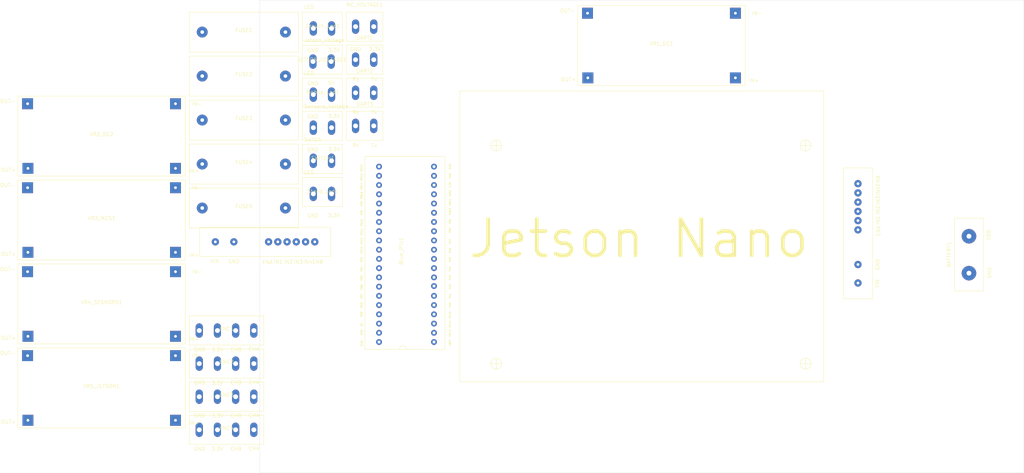
<source format=kicad_pcb>
(kicad_pcb (version 20240108) (generator "pcbnew") (generator_version "8.0")
  (layers (0 "F.Cu" signal) (31 "B.Cu" signal) (34 "B.Paste" user) (35 "F.Paste" user) (36 "B.SilkS" user "B.Silkscreen") (37 "F.SilkS" user "F.Silkscreen") (38 "B.Mask" user) (39 "F.Mask" user) (44 "Edge.Cuts" user))
  (net 0 "")
  (net 1 "VBAT")
  (net 2 "Net-(Blue_Pill1-PA8)")
  (net 8 "Net-(Blue_Pill1-PB5)")
  (net 9 "Net-(Blue_Pill1-PB0)")
  (net 10 "Net-(Blue_Pill1-PB13)")
  (net 11 "Net-(Blue_Pill1-PA7)")
  (net 12 "TX2")
  (net 14 "Stand_Led_3.3V")
  (net 15 "Net-(Blue_Pill1-PA0)")
  (net 17 "Net-(Blue_Pill1-PA4)")
  (net 19 "Net-(Blue_Pill1-PC14)")
  (net 20 "Net-(Blue_Pill1-PA11)")
  (net 21 "RX1")
  (net 22 "Net-(Blue_Pill1-PB9)")
  (net 23 "Net-(Blue_Pill1-PB7)")
  (net 24 "Net-(Blue_Pill1-PA6)")
  (net 25 "RX2")
  (net 26 "RX3")
  (net 28 "Net-(Blue_Pill1-PA1)")
  (net 29 "Mobile_Led_3.3V")
  (net 30 "Net-(Blue_Pill1-PB1)")
  (net 31 "Net-(Blue_Pill1-PC15)")
  (net 32 "Net-(Blue_Pill1-PA5)")
  (net 33 "Net-(Blue_Pill1-PB12)")
  (net 34 "Net-(Blue_Pill1-PB6)")
  (net 35 "Net-(Blue_Pill1-PA12)")
  (net 36 "Net-(Blue_Pill1-3.3V-Pad18)")
  (net 37 "TX3")
  (net 38 "Crouch_Led_3.3V")
  (net 39 "Net-(Blue_Pill1-PB8)")
  (net 40 "TX1")
  (net 41 "Front_Driver_12VIN")
  (net 42 "Back_Driver_12VIN")
  (net 43 "3.3V_Sensors")
  (net 44 "Jetson_5V")
  (net 45 "GND")
  (net 46 "Blue_Pill3.3V")
  (net 47 "Net-(FUSE3-2)")
  (net 48 "Net-(FUSE1-1)")
  (net 49 "Net-(FUSE2-1)")
  (net 50 "Net-(FUSE4-1)")
  (net 51 "Net-(FUSE5-1)")
  (footprint "M4_PCB:Jetson_Voltage" (layer "F.Cu") (at 62.14 51.9)
    (property "Reference" "JETSON_VOLTAGE1" (at 0 -0.5 0) (layer "F.SilkS") (effects (font (thickness 0.1))))
    (property "Value" "~")
    (fp_line (start -5.4 -4.5) (end -5.4 3.5) (stroke (width 0.1)) (layer "F.SilkS"))
    (fp_line (start -5.4 -4.5) (end 5.6 -4.5) (stroke (width 0.1)) (layer "F.SilkS"))
    (fp_line (start -5.4 3.5) (end 5.6 3.5) (stroke (width 0.1)) (layer "F.SilkS"))
    (fp_line (start 5.6 -4.5) (end 5.6 3.5) (stroke (width 0.1)) (layer "F.SilkS"))
    (fp_text user "GND" (at -4.1 6.6 0) (layer "F.SilkS") (effects (font (thickness 0.1)) (justify left bottom)))
    (fp_text user "5V" (at 1.6 6.5 0) (layer "F.SilkS") (effects (font (thickness 0.1)) (justify left bottom)))
    (fp_text user "Jetson_Voltage" (at -5 -5.3 0) (layer "F.SilkS") (effects (font (thickness 0.1)) (justify left bottom)))
    (pad "1" thru_hole oval (at 2.5 0) (size 1.98 3.96) (drill 1.32) (layers "*.Cu" "*.Mask") (net 44 "Jetson_5V"))
    (pad "2" thru_hole oval (at -2.5 0) (size 1.98 3.96) (drill 1.32) (layers "*.Cu" "*.Mask") (net 45 "GND"))
  )
  (footprint "M4_PCB:Microcontrollers" (layer "F.Cu") (at 73.84 42.3)
    (property "Reference" "MC_VOLTAGE1" (at 0 -6 0) (layer "F.SilkS") (effects (font (thickness 0.1))))
    (property "Value" "~")
    (fp_line (start -5 -4) (end -5 4) (stroke (width 0.1)) (layer "F.SilkS"))
    (fp_line (start -5 -4) (end 5 -4) (stroke (width 0.1)) (layer "F.SilkS"))
    (fp_line (start -5 4) (end 5 4) (stroke (width 0.1)) (layer "F.SilkS"))
    (fp_line (start 5 -4) (end 5 4) (stroke (width 0.1)) (layer "F.SilkS"))
    (fp_text user "3.3V" (at 1.1 6.7 0) (layer "F.SilkS") (effects (font (thickness 0.1)) (justify left bottom)))
    (fp_text user "GND" (at -4.1 6.8 0) (layer "F.SilkS") (effects (font (thickness 0.1)) (justify left bottom)))
    (pad "1" thru_hole oval (at 2.5 0) (size 1.98 3.96) (drill 1.32) (layers "*.Cu" "*.Mask") (net 46 "Blue_Pill3.3V"))
    (pad "2" thru_hole oval (at -2.5 0) (size 1.98 3.96) (drill 1.32) (layers "*.Cu" "*.Mask") (net 45 "GND"))
  )
  (footprint "M4_PCB:Fuse_Holder" (layer "F.Cu") (at 40.64 80.1)
    (property "Reference" "FUSE4" (at 0 -0.5 0) (layer "F.SilkS") (effects (font (thickness 0.1))))
    (property "Value" "~")
    (fp_line (start -15 -5.5) (end -15 5.5) (stroke (width 0.1)) (layer "F.SilkS"))
    (fp_line (start -15 -5.5) (end 15 -5.5) (stroke (width 0.1)) (layer "F.SilkS"))
    (fp_line (start -15 5.5) (end 15 5.5) (stroke (width 0.1)) (layer "F.SilkS"))
    (fp_line (start 15 -5.5) (end 15 5.5) (stroke (width 0.1)) (layer "F.SilkS"))
    (pad "1" thru_hole circle (at 11.43 0) (size 3 3) (drill 1) (layers "*.Cu" "*.Mask") (net 43 "3.3V_Sensors"))
    (pad "2" thru_hole circle (at -11.43 0) (size 3 3) (drill 1) (layers "*.Cu" "*.Mask") (net 50 "Net-(FUSE4-1)"))
  )
  (footprint "M4_PCB:LM2596HVS" (layer "F.Cu") (at 155.4 47.5)
    (property "Reference" "VR1_DC1" (at 0 -0.5 0) (layer "F.SilkS") (effects (font (thickness 0.1))))
    (property "Value" "~")
    (fp_line (start -23 -11) (end -23 11) (stroke (width 0.1)) (layer "F.SilkS"))
    (fp_line (start -23 -11) (end 23 -11) (stroke (width 0.1)) (layer "F.SilkS"))
    (fp_line (start 23 -11) (end 23 11) (stroke (width 0.1)) (layer "F.SilkS"))
    (fp_line (start 23 11) (end -23 11) (stroke (width 0.1)) (layer "F.SilkS"))
    (fp_text user "OUT+" (at -27.7 9.9 0) (layer "F.SilkS") (effects (font (thickness 0.1)) (justify left bottom)))
    (fp_text user "OUT-" (at -27.9 -9 0) (layer "F.SilkS") (effects (font (thickness 0.1)) (justify left bottom)))
    (fp_text user "IN+" (at 24 10.2 0) (layer "F.SilkS") (effects (font (thickness 0.1)) (justify left bottom)))
    (fp_text user "IN-" (at 24.8 -8.3 0) (layer "F.SilkS") (effects (font (thickness 0.1)) (justify left bottom)))
    (pad "1" thru_hole rect (at 20.32 8.89) (size 3 3) (drill 0.762) (layers "*.Cu" "*.Mask") (net 1 "VBAT"))
    (pad "2" thru_hole rect (at -20.32 -8.89) (size 3 3) (drill 0.762) (layers "*.Cu" "*.Mask") (net 45 "GND"))
    (pad "2" thru_hole rect (at 20.32 -8.89) (size 3 3) (drill 0.762) (layers "*.Cu" "*.Mask") (net 45 "GND"))
    (pad "3" thru_hole rect (at -20.23 8.89) (size 3 3) (drill 0.762) (layers "*.Cu" "*.Mask") (net 48 "Net-(FUSE1-1)"))
  )
  (footprint "M4_PCB:LM2596HVS" (layer "F.Cu") (at 1.54 72.4)
    (property "Reference" "VR2_DC2" (at 0 -0.5 0) (layer "F.SilkS") (effects (font (thickness 0.1))))
    (property "Value" "~")
    (fp_line (start -23 -11) (end -23 11) (stroke (width 0.1)) (layer "F.SilkS"))
    (fp_line (start -23 -11) (end 23 -11) (stroke (width 0.1)) (layer "F.SilkS"))
    (fp_line (start 23 -11) (end 23 11) (stroke (width 0.1)) (layer "F.SilkS"))
    (fp_line (start 23 11) (end -23 11) (stroke (width 0.1)) (layer "F.SilkS"))
    (fp_text user "IN+" (at 24 10.2 0) (layer "F.SilkS") (effects (font (thickness 0.1)) (justify left bottom)))
    (fp_text user "IN-" (at 24.8 -8.3 0) (layer "F.SilkS") (effects (font (thickness 0.1)) (justify left bottom)))
    (fp_text user "OUT-" (at -27.9 -9 0) (layer "F.SilkS") (effects (font (thickness 0.1)) (justify left bottom)))
    (fp_text user "OUT+" (at -27.7 9.9 0) (layer "F.SilkS") (effects (font (thickness 0.1)) (justify left bottom)))
    (pad "1" thru_hole rect (at 20.32 8.89) (size 3 3) (drill 0.762) (layers "*.Cu" "*.Mask") (net 1 "VBAT"))
    (pad "2" thru_hole rect (at -20.32 -8.89) (size 3 3) (drill 0.762) (layers "*.Cu" "*.Mask") (net 45 "GND"))
    (pad "2" thru_hole rect (at 20.32 -8.89) (size 3 3) (drill 0.762) (layers "*.Cu" "*.Mask") (net 45 "GND"))
    (pad "3" thru_hole rect (at -20.23 8.89) (size 3 3) (drill 0.762) (layers "*.Cu" "*.Mask") (net 49 "Net-(FUSE2-1)"))
  )
  (footprint "M4_PCB:switch" (layer "F.Cu") (at 62.34 79)
    (property "Reference" "SWITCH1" (at 0 -0.5 0) (layer "F.SilkS") (effects (font (thickness 0.1))))
    (property "Value" "~")
    (fp_line (start -5.6 -4.3) (end -5.6 3.7) (stroke (width 0.1)) (layer "F.SilkS"))
    (fp_line (start -5.6 -4.3) (end 5.4 -4.3) (stroke (width 0.1)) (layer "F.SilkS"))
    (fp_line (start -5.6 3.7) (end 5.4 3.7) (stroke (width 0.1)) (layer "F.SilkS"))
    (fp_line (start 5.4 -4.3) (end 5.4 3.7) (stroke (width 0.1)) (layer "F.SilkS"))
    (fp_text user "Switch" (at -5.2 -5.1 0) (layer "F.SilkS") (effects (font (thickness 0.1)) (justify left bottom)))
    (pad "1" thru_hole oval (at 2.4 0.2) (size 1.98 3.96) (drill 1.32) (layers "*.Cu" "*.Mask") (net 46 "Blue_Pill3.3V"))
    (pad "2" thru_hole oval (at -2.6 0.2) (size 1.98 3.96) (drill 1.32) (layers "*.Cu" "*.Mask") (net 36 "Net-(Blue_Pill1-3.3V-Pad18)"))
  )
  (footprint "M4_PCB:LM2596HVS" (layer "F.Cu") (at 1.54 95.5)
    (property "Reference" "VR3_MCS1" (at 0 -0.5 0) (layer "F.SilkS") (effects (font (thickness 0.1))))
    (property "Value" "~")
    (fp_line (start -23 -11) (end -23 11) (stroke (width 0.1)) (layer "F.SilkS"))
    (fp_line (start -23 -11) (end 23 -11) (stroke (width 0.1)) (layer "F.SilkS"))
    (fp_line (start 23 -11) (end 23 11) (stroke (width 0.1)) (layer "F.SilkS"))
    (fp_line (start 23 11) (end -23 11) (stroke (width 0.1)) (layer "F.SilkS"))
    (fp_text user "OUT-" (at -27.9 -9 0) (layer "F.SilkS") (effects (font (thickness 0.1)) (justify left bottom)))
    (fp_text user "IN-" (at 24.8 -8.3 0) (layer "F.SilkS") (effects (font (thickness 0.1)) (justify left bottom)))
    (fp_text user "IN+" (at 24 10.2 0) (layer "F.SilkS") (effects (font (thickness 0.1)) (justify left bottom)))
    (fp_text user "OUT+" (at -27.7 9.9 0) (layer "F.SilkS") (effects (font (thickness 0.1)) (justify left bottom)))
    (pad "1" thru_hole rect (at 20.32 8.89) (size 3 3) (drill 0.762) (layers "*.Cu" "*.Mask") (net 1 "VBAT"))
    (pad "2" thru_hole rect (at -20.32 -8.89) (size 3 3) (drill 0.762) (layers "*.Cu" "*.Mask") (net 45 "GND"))
    (pad "2" thru_hole rect (at 20.32 -8.89) (size 3 3) (drill 0.762) (layers "*.Cu" "*.Mask") (net 45 "GND"))
    (pad "3" thru_hole rect (at -20.23 8.89) (size 3 3) (drill 0.762) (layers "*.Cu" "*.Mask") (net 47 "Net-(FUSE3-2)"))
  )
  (footprint "M4_PCB:communication" (layer "F.Cu") (at 73.84 51.4)
    (property "Reference" "UART1" (at 0 -6 0) (layer "F.SilkS") (effects (font (thickness 0.1))))
    (property "Value" "~")
    (fp_line (start -5 -4) (end -5 4) (stroke (width 0.1)) (layer "F.SilkS"))
    (fp_line (start -5 -4) (end 5 -4) (stroke (width 0.1)) (layer "F.SilkS"))
    (fp_line (start -5 4) (end 5 4) (stroke (width 0.1)) (layer "F.SilkS"))
    (fp_line (start 5 -4) (end 5 4) (stroke (width 0.1)) (layer "F.SilkS"))
    (fp_text user "Rx" (at -3.4 5.9 0) (layer "F.SilkS") (effects (font (thickness 0.1)) (justify left bottom)))
    (fp_text user "Tx" (at 1.8 6 0) (layer "F.SilkS") (effects (font (thickness 0.1)) (justify left bottom)))
    (pad "1" thru_hole oval (at 2.5 0) (size 1.98 3.96) (drill 1.32) (layers "*.Cu" "*.Mask") (net 40 "TX1"))
    (pad "2" thru_hole oval (at -2.5 0) (size 1.98 3.96) (drill 1.32) (layers "*.Cu" "*.Mask") (net 21 "RX1"))
  )
  (footprint "M4_PCB:LED" (layer "F.Cu") (at 62.34 60.8)
    (property "Reference" "Mobile_Led1" (at 0 -0.5 0) (layer "F.SilkS") (effects (font (thickness 0.1))))
    (property "Value" "~")
    (fp_line (start -5.6 -4.3) (end -5.6 3.7) (stroke (width 0.1)) (layer "F.SilkS"))
    (fp_line (start -5.6 -4.3) (end 5.4 -4.3) (stroke (width 0.1)) (layer "F.SilkS"))
    (fp_line (start -5.6 3.7) (end 5.4 3.7) (stroke (width 0.1)) (layer "F.SilkS"))
    (fp_line (start 5.4 -4.3) (end 5.4 3.7) (stroke (width 0.1)) (layer "F.SilkS"))
    (fp_text user "LED" (at -5.2 -5.1 0) (layer "F.SilkS") (effects (font (thickness 0.1)) (justify left bottom)))
    (fp_text user "GND" (at -4.3 6.8 0) (layer "F.SilkS") (effects (font (thickness 0.1)) (justify left bottom)))
    (fp_text user "3.3V" (at 1.4 6.7 0) (layer "F.SilkS") (effects (font (thickness 0.1)) (justify left bottom)))
    (pad "1" thru_hole oval (at 2.4 0.2) (size 1.98 3.96) (drill 1.32) (layers "*.Cu" "*.Mask") (net 29 "Mobile_Led_3.3V"))
    (pad "2" thru_hole oval (at -2.6 0.2) (size 1.98 3.96) (drill 1.32) (layers "*.Cu" "*.Mask") (net 45 "GND"))
  )
  (footprint "M4_PCB:communication" (layer "F.Cu") (at 73.84 69.6)
    (property "Reference" "UART3" (at 0 -6 0) (layer "F.SilkS") (effects (font (thickness 0.1))))
    (property "Value" "~")
    (fp_line (start -5 -4) (end -5 4) (stroke (width 0.1)) (layer "F.SilkS"))
    (fp_line (start -5 -4) (end 5 -4) (stroke (width 0.1)) (layer "F.SilkS"))
    (fp_line (start -5 4) (end 5 4) (stroke (width 0.1)) (layer "F.SilkS"))
    (fp_line (start 5 -4) (end 5 4) (stroke (width 0.1)) (layer "F.SilkS"))
    (fp_text user "Rx" (at -3.4 5.9 0) (layer "F.SilkS") (effects (font (thickness 0.1)) (justify left bottom)))
    (fp_text user "Tx" (at 1.8 6 0) (layer "F.SilkS") (effects (font (thickness 0.1)) (justify left bottom)))
    (pad "1" thru_hole oval (at 2.5 0) (size 1.98 3.96) (drill 1.32) (layers "*.Cu" "*.Mask") (net 37 "TX3"))
    (pad "2" thru_hole oval (at -2.5 0) (size 1.98 3.96) (drill 1.32) (layers "*.Cu" "*.Mask") (net 26 "RX3"))
  )
  (footprint "M4_PCB:LM2596HVS" (layer "F.Cu") (at 1.54 141.7)
    (property "Reference" "VR5_JETSON1" (at 0 -0.5 0) (layer "F.SilkS") (effects (font (thickness 0.1))))
    (property "Value" "~")
    (fp_line (start -23 -11) (end -23 11) (stroke (width 0.1)) (layer "F.SilkS"))
    (fp_line (start -23 -11) (end 23 -11) (stroke (width 0.1)) (layer "F.SilkS"))
    (fp_line (start 23 -11) (end 23 11) (stroke (width 0.1)) (layer "F.SilkS"))
    (fp_line (start 23 11) (end -23 11) (stroke (width 0.1)) (layer "F.SilkS"))
    (fp_text user "OUT+" (at -27.7 9.9 0) (layer "F.SilkS") (effects (font (thickness 0.1)) (justify left bottom)))
    (fp_text user "IN-" (at 24.8 -8.3 0) (layer "F.SilkS") (effects (font (thickness 0.1)) (justify left bottom)))
    (fp_text user "IN+" (at 24 10.2 0) (layer "F.SilkS") (effects (font (thickness 0.1)) (justify left bottom)))
    (fp_text user "OUT-" (at -27.9 -9 0) (layer "F.SilkS") (effects (font (thickness 0.1)) (justify left bottom)))
    (pad "1" thru_hole rect (at 20.32 8.89) (size 3 3) (drill 0.762) (layers "*.Cu" "*.Mask") (net 1 "VBAT"))
    (pad "2" thru_hole rect (at -20.32 -8.89) (size 3 3) (drill 0.762) (layers "*.Cu" "*.Mask") (net 45 "GND"))
    (pad "2" thru_hole rect (at 20.32 -8.89) (size 3 3) (drill 0.762) (layers "*.Cu" "*.Mask") (net 45 "GND"))
    (pad "3" thru_hole rect (at -20.23 8.89) (size 3 3) (drill 0.762) (layers "*.Cu" "*.Mask") (net 51 "Net-(FUSE5-1)"))
  )
  (footprint "M4_PCB:Fuse_Holder" (layer "F.Cu") (at 40.64 43.8)
    (property "Reference" "FUSE1" (at 0 -0.5 0) (layer "F.SilkS") (effects (font (thickness 0.1))))
    (property "Value" "~")
    (fp_line (start -15 -5.5) (end -15 5.5) (stroke (width 0.1)) (layer "F.SilkS"))
    (fp_line (start -15 -5.5) (end 15 -5.5) (stroke (width 0.1)) (layer "F.SilkS"))
    (fp_line (start -15 5.5) (end 15 5.5) (stroke (width 0.1)) (layer "F.SilkS"))
    (fp_line (start 15 -5.5) (end 15 5.5) (stroke (width 0.1)) (layer "F.SilkS"))
    (pad "1" thru_hole circle (at 11.43 0) (size 3 3) (drill 1) (layers "*.Cu" "*.Mask") (net 41 "Front_Driver_12VIN"))
    (pad "2" thru_hole circle (at -11.43 0) (size 3 3) (drill 1) (layers "*.Cu" "*.Mask") (net 48 "Net-(FUSE1-1)"))
  )
  (footprint "M4_PCB:L298N" (layer "F.Cu") (at 46.48 101.5)
    (property "Reference" "DRIVER1" (hide yes))
    (property "Value" "~" (hide yes))
    (fp_line (start -18 -4) (end -18 4) (stroke (width 0.1)) (layer "F.SilkS"))
    (fp_line (start -18 -4) (end 18 -4) (stroke (width 0.1)) (layer "F.SilkS"))
    (fp_line (start -18 4) (end 18 4) (stroke (width 0.1)) (layer "F.SilkS"))
    (fp_line (start 18 -4) (end 18 4) (stroke (width 0.1)) (layer "F.SilkS"))
    (fp_text user "IN2" (at 5.1 6.1 0) (layer "F.SilkS") (effects (font (thickness 0.1)) (justify left bottom)))
    (fp_text user "IN3" (at 7.8 6.1 0) (layer "F.SilkS") (effects (font (thickness 0.1)) (justify left bottom)))
    (fp_text user "ENA" (at -0.8 6.2 0) (layer "F.SilkS") (effects (font (thickness 0.1)) (justify left bottom)))
    (fp_text user "GND" (at -10.2 6 0) (layer "F.SilkS") (effects (font (thickness 0.1)) (justify left bottom)))
    (fp_text user "IN4" (at 10.4 6.1 0) (layer "F.SilkS") (effects (font (thickness 0.1)) (justify left bottom)))
    (fp_text user "VIN" (at -15.1 5.9 0) (layer "F.SilkS") (effects (font (thickness 0.1)) (justify left bottom)))
    (fp_text user "IN1" (at 2.3 6.1 0) (layer "F.SilkS") (effects (font (thickness 0.1)) (justify left bottom)))
    (fp_text user "ENB" (at 12.9 6.1 0) (layer "F.SilkS") (effects (font (thickness 0.1)) (justify left bottom)))
    (pad "1" thru_hole circle (at -13.66 0) (size 2 2) (drill 0.762) (layers "*.Cu" "*.Mask") (net 41 "Front_Driver_12VIN"))
    (pad "2" thru_hole circle (at -8.58 0) (size 2 2) (drill 0.762) (layers "*.Cu" "*.Mask") (net 45 "GND"))
    (pad "4" thru_hole circle (at 0.96 0) (size 2 2) (drill 0.762) (layers "*.Cu" "*.Mask") (net 2 "Net-(Blue_Pill1-PA8)"))
    (pad "5" thru_hole circle (at 3.5 0) (size 2 2) (drill 0.762) (layers "*.Cu" "*.Mask") (net 23 "Net-(Blue_Pill1-PB7)"))
    (pad "6" thru_hole circle (at 6.04 0) (size 2 2) (drill 0.762) (layers "*.Cu" "*.Mask") (net 34 "Net-(Blue_Pill1-PB6)"))
    (pad "7" thru_hole circle (at 8.58 0) (size 2 2) (drill 0.762) (layers "*.Cu" "*.Mask") (net 8 "Net-(Blue_Pill1-PB5)"))
    (pad "8" thru_hole circle (at 11.12 0) (size 2 2) (drill 0.762) (layers "*.Cu" "*.Mask") (net 35 "Net-(Blue_Pill1-PA12)"))
    (pad "9" thru_hole circle (at 13.66 0) (size 2 2) (drill 0.762) (layers "*.Cu" "*.Mask") (net 20 "Net-(Blue_Pill1-PA11)"))
  )
  (footprint "M4_PCB:Fuse_Holder" (layer "F.Cu") (at 40.64 92.2)
    (property "Reference" "FUSE5" (at 0 -0.5 0) (layer "F.SilkS") (effects (font (thickness 0.1))))
    (property "Value" "~")
    (fp_line (start -15 -5.5) (end -15 5.5) (stroke (width 0.1)) (layer "F.SilkS"))
    (fp_line (start -15 -5.5) (end 15 -5.5) (stroke (width 0.1)) (layer "F.SilkS"))
    (fp_line (start -15 5.5) (end 15 5.5) (stroke (width 0.1)) (layer "F.SilkS"))
    (fp_line (start 15 -5.5) (end 15 5.5) (stroke (width 0.1)) (layer "F.SilkS"))
    (pad "1" thru_hole circle (at 11.43 0) (size 3 3) (drill 1) (layers "*.Cu" "*.Mask") (net 44 "Jetson_5V"))
    (pad "2" thru_hole circle (at -11.43 0) (size 3 3) (drill 1) (layers "*.Cu" "*.Mask") (net 51 "Net-(FUSE5-1)"))
  )
  (footprint "M4_PCB:Encoder" (layer "F.Cu") (at 35.89 125.9)
    (property "Reference" "ENC1" (at 0 -0.5 0) (layer "F.SilkS") (effects (font (thickness 0.1))))
    (property "Value" "~")
    (fp_line (start -10.25 -4) (end 10.25 -4) (stroke (width 0.1)) (layer "F.SilkS"))
    (fp_line (start -10.25 4) (end -10.25 -4) (stroke (width 0.1)) (layer "F.SilkS"))
    (fp_line (start -10.25 4) (end 10.25 4) (stroke (width 0.1)) (layer "F.SilkS"))
    (fp_line (start 10.25 4) (end 10.25 -4) (stroke (width 0.1)) (layer "F.SilkS"))
    (fp_text user "3.3V" (at -4.2 5.8 0) (layer "F.SilkS") (effects (font (thickness 0.1)) (justify left bottom)))
    (fp_text user "GND" (at -9 5.8 0) (layer "F.SilkS") (effects (font (thickness 0.1)) (justify left bottom)))
    (fp_text user "CHB" (at 1 5.8 0) (layer "F.SilkS") (effects (font (thickness 0.1)) (justify left bottom)))
    (fp_text user "CHA" (at 6 5.7 0) (layer "F.SilkS") (effects (font (thickness 0.1)) (justify left bottom)))
    (pad "1" thru_hole oval (at 7.5 0) (size 1.98 3.96) (drill 1.32) (layers "*.Cu" "*.Mask") (net 9 "Net-(Blue_Pill1-PB0)"))
    (pad "2" thru_hole oval (at 2.5 0) (size 1.98 3.96) (drill 1.32) (layers "*.Cu" "*.Mask") (net 30 "Net-(Blue_Pill1-PB1)"))
    (pad "3" thru_hole oval (at -2.5 0) (size 1.96 3.96) (drill 1.32) (layers "*.Cu" "*.Mask") (net 43 "3.3V_Sensors"))
    (pad "4" thru_hole oval (at -7.5 0) (size 1.98 3.96) (drill 1.32) (layers "*.Cu" "*.Mask") (net 45 "GND"))
  )
  (footprint "M4_PCB:Encoder" (layer "F.Cu") (at 35.89 153.2)
    (property "Reference" "ENC4" (at 0 -0.5 0) (layer "F.SilkS") (effects (font (thickness 0.1))))
    (property "Value" "~")
    (fp_line (start -10.25 -4) (end 10.25 -4) (stroke (width 0.1)) (layer "F.SilkS"))
    (fp_line (start -10.25 4) (end -10.25 -4) (stroke (width 0.1)) (layer "F.SilkS"))
    (fp_line (start -10.25 4) (end 10.25 4) (stroke (width 0.1)) (layer "F.SilkS"))
    (fp_line (start 10.25 4) (end 10.25 -4) (stroke (width 0.1)) (layer "F.SilkS"))
    (fp_text user "CHA" (at 6 5.7 0) (layer "F.SilkS") (effects (font (thickness 0.1)) (justify left bottom)))
    (fp_text user "3.3V" (at -4.2 5.8 0) (layer "F.SilkS") (effects (font (thickness 0.1)) (justify left bottom)))
    (fp_text user "CHB" (at 1 5.8 0) (layer "F.SilkS") (effects (font (thickness 0.1)) (justify left bottom)))
    (fp_text user "GND" (at -9 5.8 0) (layer "F.SilkS") (effects (font (thickness 0.1)) (justify left bottom)))
    (pad "1" thru_hole oval (at 7.5 0) (size 1.98 3.96) (drill 1.32) (layers "*.Cu" "*.Mask") (net 39 "Net-(Blue_Pill1-PB8)"))
    (pad "2" thru_hole oval (at 2.5 0) (size 1.98 3.96) (drill 1.32) (layers "*.Cu" "*.Mask") (net 22 "Net-(Blue_Pill1-PB9)"))
    (pad "3" thru_hole oval (at -2.5 0) (size 1.96 3.96) (drill 1.32) (layers "*.Cu" "*.Mask") (net 43 "3.3V_Sensors"))
    (pad "4" thru_hole oval (at -7.5 0) (size 1.98 3.96) (drill 1.32) (layers "*.Cu" "*.Mask") (net 45 "GND"))
  )
  (footprint "M4_PCB:Fuse_Holder" (layer "F.Cu") (at 40.64 55.9)
    (property "Reference" "FUSE2" (at 0 -0.5 0) (layer "F.SilkS") (effects (font (thickness 0.1))))
    (property "Value" "~")
    (fp_line (start -15 -5.5) (end -15 5.5) (stroke (width 0.1)) (layer "F.SilkS"))
    (fp_line (start -15 -5.5) (end 15 -5.5) (stroke (width 0.1)) (layer "F.SilkS"))
    (fp_line (start -15 5.5) (end 15 5.5) (stroke (width 0.1)) (layer "F.SilkS"))
    (fp_line (start 15 -5.5) (end 15 5.5) (stroke (width 0.1)) (layer "F.SilkS"))
    (pad "1" thru_hole circle (at 11.43 0) (size 3 3) (drill 1) (layers "*.Cu" "*.Mask") (net 42 "Back_Driver_12VIN"))
    (pad "2" thru_hole circle (at -11.43 0) (size 3 3) (drill 1) (layers "*.Cu" "*.Mask") (net 49 "Net-(FUSE2-1)"))
  )
  (footprint "M4_PCB:battery" (layer "F.Cu") (at 239.9 105 90)
    (property "Reference" "BATTERY1" (at 0 -5.5 90) (layer "F.SilkS") (effects (font (thickness 0.1))))
    (property "Value" "~")
    (fp_line (start 10 -4) (end 10 4) (stroke (width 0.1)) (layer "F.SilkS"))
    (fp_line (start -10 -4) (end 10 -4) (stroke (width 0.1)) (layer "F.SilkS"))
    (fp_line (start -10 -4) (end -10 4) (stroke (width 0.1)) (layer "F.SilkS"))
    (fp_line (start -10 4) (end 10 4) (stroke (width 0.1)) (layer "F.SilkS"))
    (fp_text user "GND" (at -6.6 6.2 90) (layer "F.SilkS") (effects (font (thickness 0.1)) (justify left bottom)))
    (fp_text user "VDD" (at 3.9 6 90) (layer "F.SilkS") (effects (font (thickness 0.1)) (justify left bottom)))
    (pad "1" thru_hole circle (at 5.04 0 90) (size 4 4) (drill 1.32) (layers "*.Cu" "*.Mask") (net 1 "VBAT"))
    (pad "2" thru_hole circle (at -5.12 0 90) (size 4 4) (drill 1.32) (layers "*.Cu" "*.Mask") (net 45 "GND"))
  )
  (footprint "M4_PCB:Encoder" (layer "F.Cu") (at 35.89 144.1)
    (property "Reference" "ENC3" (at 0 -0.5 0) (layer "F.SilkS") (effects (font (thickness 0.1))))
    (property "Value" "~")
    (fp_line (start -10.25 -4) (end 10.25 -4) (stroke (width 0.1)) (layer "F.SilkS"))
    (fp_line (start -10.25 4) (end -10.25 -4) (stroke (width 0.1)) (layer "F.SilkS"))
    (fp_line (start -10.25 4) (end 10.25 4) (stroke (width 0.1)) (layer "F.SilkS"))
    (fp_line (start 10.25 4) (end 10.25 -4) (stroke (width 0.1)) (layer "F.SilkS"))
    (fp_text user "GND" (at -9 5.8 0) (layer "F.SilkS") (effects (font (thickness 0.1)) (justify left bottom)))
    (fp_text user "CHB" (at 1 5.8 0) (layer "F.SilkS") (effects (font (thickness 0.1)) (justify left bottom)))
    (fp_text user "3.3V" (at -4.2 5.8 0) (layer "F.SilkS") (effects (font (thickness 0.1)) (justify left bottom)))
    (fp_text user "CHA" (at 6 5.7 0) (layer "F.SilkS") (effects (font (thickness 0.1)) (justify left bottom)))
    (pad "1" thru_hole oval (at 7.5 0) (size 1.98 3.96) (drill 1.32) (layers "*.Cu" "*.Mask") (net 33 "Net-(Blue_Pill1-PB12)"))
    (pad "2" thru_hole oval (at 2.5 0) (size 1.98 3.96) (drill 1.32) (layers "*.Cu" "*.Mask") (net 10 "Net-(Blue_Pill1-PB13)"))
    (pad "3" thru_hole oval (at -2.5 0) (size 1.96 3.96) (drill 1.32) (layers "*.Cu" "*.Mask") (net 43 "3.3V_Sensors"))
    (pad "4" thru_hole oval (at -7.5 0) (size 1.98 3.96) (drill 1.32) (layers "*.Cu" "*.Mask") (net 45 "GND"))
  )
  (footprint "M4_PCB:blue_pill" (layer "F.Cu") (at 84.4 104.06 90)
    (property "Reference" "Blue_Pill1" (at 0 -0.5 90) (layer "F.SilkS") (effects (font (thickness 0.1))))
    (property "Value" "~")
    (fp_line (start 26 -10.5) (end 26 11.5) (stroke (width 0.1)) (layer "F.SilkS"))
    (fp_line (start -27 -10.5) (end 26 -10.5) (stroke (width 0.1)) (layer "F.SilkS"))
    (fp_line (start -27 -10.5) (end -27 11.5) (stroke (width 0.1)) (layer "F.SilkS"))
    (fp_line (start -27 11.5) (end 26 11.5) (stroke (width 0.1)) (layer "F.SilkS"))
    (fp_arc (start -27 -1) (mid -26 0) (end -27 1) (stroke (width 0.1)) (layer "F.SilkS"))
    (fp_text user "PB11" (at 12.4 13.2 90) (layer "F.SilkS") (effects (font (size 0.5 0.5) (thickness 0.1)) (justify left bottom)))
    (fp_text user "PA12" (at 1.8 -11.1 90) (layer "F.SilkS") (effects (font (size 0.5 0.5) (thickness 0.1)) (justify left bottom)))
    (fp_text user "VBAT" (at -26.1 13.2 90) (layer "F.SilkS") (effects (font (size 0.5 0.5) (thickness 0.1)) (justify left bottom)))
    (fp_text user "PC14" (at -21.1 13.2 90) (layer "F.SilkS") (effects (font (size 0.5 0.5) (thickness 0.1)) (justify left bottom)))
    (fp_text user "PB0" (at 4.9 13.2 90) (layer "F.SilkS") (effects (font (size 0.5 0.5) (thickness 0.1)) (justify left bottom)))
    (fp_text user "PA0" (at -15.6 13.2 90) (layer "F.SilkS") (effects (font (size 0.5 0.5) (thickness 0.1)) (justify left bottom)))
    (fp_text user "PB6" (at -10.7 -11.1 90) (layer "F.SilkS") (effects (font (size 0.5 0.5) (thickness 0.1)) (justify left bottom)))
    (fp_text user "PA8" (at 12.3 -11.1 90) (layer "F.SilkS") (effects (font (size 0.5 0.5) (thickness 0.1)) (justify left bottom)))
    (fp_text user "PB12" (at 21.8 -11.1 90) (layer "F.SilkS") (effects (font (size 0.5 0.5) (thickness 0.1)) (justify left bottom)))
    (fp_text user "PB15" (at 14.3 -11.1 90) (layer "F.SilkS") (effects (font (size 0.5 0.5) (thickness 0.1)) (justify left bottom)))
    (fp_text user "PA9" (at 9.8 -11.1 90) (layer "F.SilkS") (effects (font (size 0.5 0.5) (thickness 0.1)) (justify left bottom)))
    (fp_text user "PC15" (at -18.6 13.2 90) (layer "F.SilkS") (effects (font (size 0.5 0.5) (thickness 0.1)) (justify left bottom)))
    (fp_text user "3.3V" (at 17.4 13.2 90) (layer "F.SilkS") (effects (font (size 0.5 0.5) (thickness 0.1)) (justify left bottom)))
    (fp_text user "PA6" (at -0.6 13.2 90) (layer "F.SilkS") (effects (font (size 0.5 0.5) (thickness 0.1)) (justify left bottom)))
    (fp_text user "PA5" (at -3.1 13.2 90) (layer "F.SilkS") (effects (font (size 0.5 0.5) (thickness 0.1)) (justify left bottom)))
    (fp_text user "GND" (at -23.2 -11.1 90) (layer "F.SilkS") (effects (font (size 0.5 0.5) (thickness 0.1)) (justify left bottom)))
    (fp_text user "PB4" (at -5.7 -11.1 90) (layer "F.SilkS") (effects (font (size 0.5 0.5) (thickness 0.1)) (justify left bottom)))
    (fp_text user "PB14" (at 16.8 -11.1 90) (layer "F.SilkS") (effects (font (size 0.5 0.5) (thickness 0.1)) (justify left bottom)))
    (fp_text user "PA3" (at -8.1 13.2 90) (layer "F.SilkS") (effects (font (size 0.5 0.5) (thickness 0.1)) (justify left bottom)))
    (fp_text user "PB9" (at -18.2 -11.1 90) (layer "F.SilkS") (effects (font (size 0.5 0.5) (thickness 0.1)) (justify left bottom)))
    (fp_text user "PB10" (at 9.9 13.2 90) (layer "F.SilkS") (effects (font (size 0.5 0.5) (thickness 0.1)) (justify left bottom)))
    (fp_text user "PB5" (at -8.2 -11.1 90) (layer "F.SilkS") (effects (font (size 0.5 0.5) (thickness 0.1)) (justify left bottom)))
    (fp_text user "PC13" (at -23.6 13.2 90) (layer "F.SilkS") (effects (font (size 0.5 0.5) (thickness 0.1)) (justify left bottom)))
    (fp_text user "GND" (at 22.4 13.2 90) (layer "F.SilkS") (effects (font (size 0.5 0.5) (thickness 0.1)) (justify left bottom)))
    (fp_text user "NRST" (at 14.9 13.2 90) (layer "F.SilkS") (effects (font (size 0.5 0.5) (thickness 0.1)) (justify left bottom)))
    (fp_text user "PA1" (at -13.1 13.2 90) (layer "F.SilkS") (effects (font (size 0.5 0.5) (thickness 0.1)) (justify left bottom)))
    (fp_text user "PA2" (at -10.6 13.2 90) (layer "F.SilkS") (effects (font (size 0.5 0.5) (thickness 0.1)) (justify left bottom)))
    (fp_text user "PB7" (at -13.2 -11.1 90) (layer "F.SilkS") (effects (font (size 0.5 0.5) (thickness 0.1)) (justify left bottom)))
    (fp_text user "PB3" (at -3.2 -11.1 90) (layer "F.SilkS") (effects (font (size 0.5 0.5) (thickness 0.1)) (justify left bottom)))
    (fp_text user "GND" (at 19.9 13.2 90) (layer "F.SilkS") (effects (font (size 0.5 0.5) (thickness 0.1)) (justify left bottom)))
    (fp_text user "PA4" (at -5.6 13.2 90) (layer "F.SilkS") (effects (font (size 0.5 0.5) (thickness 0.1)) (justify left bottom)))
    (fp_text user "PA15" (at -0.7 -11.1 90) (layer "F.SilkS") (effects (font (size 0.5 0.5) (thickness 0.1)) (justify left bottom)))
    (fp_text user "PA11" (at 4.3 -11.1 90) (layer "F.SilkS") (effects (font (size 0.5 0.5) (thickness 0.1)) (justify left bottom)))
    (fp_text user "PA7" (at 1.9 13.2 90) (layer "F.SilkS") (effects (font (size 0.5 0.5) (thickness 0.1)) (justify left bottom)))
    (fp_text user "PA10" (at 6.8 -11.1 90) (layer "F.SilkS") (effects (font (size 0.5 0.5) (thickness 0.1)) (justify left bottom)))
    (fp_text user "PB1" (at 7.4 13.2 90) (layer "F.SilkS") (effects (font (size 0.5 0.5) (thickness 0.1)) (justify left bottom)))
    (fp_text user "PB8" (at -15.7 -11.1 90) (layer "F.SilkS") (effects (font (size 0.5 0.5) (thickness 0.1)) (justify left bottom)))
    (fp_text user "PB13" (at 19.3 -11.1 90) (layer "F.SilkS") (effects (font (size 0.5 0.5) (thickness 0.1)) (justify left bottom)))
    (fp_text user "5V" (at -20.7 -11.1 90) (layer "F.SilkS") (effects (font (size 0.5 0.5) (thickness 0.1)) (justify left bottom)))
    (fp_text user "3.3V" (at -26.2 -11.1 90) (layer "F.SilkS") (effects (font (size 0.5 0.5) (thickness 0.1)) (justify left bottom)))
    (pad "1" thru_hole circle (at -25 8.5 90) (size 1.6 1.6) (drill 0.762) (layers "*.Cu" "*.Mask"))
    (pad "2" thru_hole circle (at -22.46 8.5 90) (size 1.6 1.6) (drill 0.762) (layers "*.Cu" "*.Mask") (net 29 "Mobile_Led_3.3V"))
    (pad "3" thru_hole circle (at -19.92 8.5 90) (size 1.6 1.6) (drill 0.762) (layers "*.Cu" "*.Mask") (net 19 "Net-(Blue_Pill1-PC14)"))
    (pad "4" thru_hole circle (at -17.38 8.5 90) (size 1.6 1.6) (drill 0.762) (layers "*.Cu" "*.Mask") (net 31 "Net-(Blue_Pill1-PC15)"))
    (pad "5" thru_hole circle (at -14.84 8.5 90) (size 1.6 1.6) (drill 0.762) (layers "*.Cu" "*.Mask") (net 15 "Net-(Blue_Pill1-PA0)"))
    (pad "6" thru_hole circle (at -12.3 8.5 90) (size 1.6 1.6) (drill 0.762) (layers "*.Cu" "*.Mask") (net 28 "Net-(Blue_Pill1-PA1)"))
    (pad "7" thru_hole circle (at -9.6 8.5 90) (size 1.6 1.6) (drill 0.762) (layers "*.Cu" "*.Mask") (net 12 "TX2"))
    (pad "8" thru_hole circle (at -7.22 8.5 90) (size 1.6 1.6) (drill 0.762) (layers "*.Cu" "*.Mask") (net 25 "RX2"))
    (pad "9" thru_hole circle (at -4.68 8.5 90) (size 1.6 1.6) (drill 0.762) (layers "*.Cu" "*.Mask") (net 17 "Net-(Blue_Pill1-PA4)"))
    (pad "10" thru_hole circle (at -2.14 8.5 90) (size 1.6 1.6) (drill 0.762) (layers "*.Cu" "*.Mask") (net 32 "Net-(Blue_Pill1-PA5)"))
    (pad "11" thru_hole circle (at 0.4 8.5 90) (size 1.6 1.6) (drill 0.762) (layers "*.Cu" "*.Mask") (net 24 "Net-(Blue_Pill1-PA6)"))
    (pad "12" thru_hole circle (at 2.94 8.5 90) (size 1.6 1.6) (drill 0.762) (layers "*.Cu" "*.Mask") (net 11 "Net-(Blue_Pill1-PA7)"))
    (pad "13" thru_hole circle (at 5.48 8.5 90) (size 1.6 1.6) (drill 0.762) (layers "*.Cu" "*.Mask") (net 9 "Net-(Blue_Pill1-PB0)"))
    (pad "14" thru_hole circle (at 8.02 8.5 90) (size 1.6 1.6) (drill 0.762) (layers "*.Cu" "*.Mask") (net 30 "Net-(Blue_Pill1-PB1)"))
    (pad "15" thru_hole circle (at 10.56 8.5 90) (size 1.6 1.6) (drill 0.762) (layers "*.Cu" "*.Mask") (net 37 "TX3"))
    (pad "16" thru_hole circle (at 13.1 8.5 90) (size 1.6 1.6) (drill 0.762) (layers "*.Cu" "*.Mask") (net 26 "RX3"))
    (pad "17" thru_hole circle (at 15.64 8.5 90) (size 1.6 1.6) (drill 0.762) (layers "*.Cu" "*.Mask"))
    (pad "18" thru_hole circle (at 18.18 8.5 90) (size 1.6 1.6) (drill 0.762) (layers "*.Cu" "*.Mask") (net 36 "Net-(Blue_Pill1-3.3V-Pad18)"))
    (pad "19" thru_hole circle (at 20.72 8.5 90) (size 1.6 1.6) (drill 0.762) (layers "*.Cu" "*.Mask"))
    (pad "20" thru_hole circle (at 23.26 8.5 90) (size 1.6 1.6) (drill 0.762) (layers "*.Cu" "*.Mask") (net 45 "GND"))
    (pad "21" thru_hole circle (at 23.26 -6.6 90) (size 1.6 1.6) (drill 0.762) (layers "*.Cu" "*.Mask") (net 33 "Net-(Blue_Pill1-PB12)"))
    (pad "22" thru_hole circle (at 20.72 -6.6 90) (size 1.6 1.6) (drill 0.762) (layers "*.Cu" "*.Mask") (net 10 "Net-(Blue_Pill1-PB13)"))
    (pad "23" thru_hole circle (at 18.18 -6.6 90) (size 1.6 1.6) (drill 0.762) (layers "*.Cu" "*.Mask") (net 38 "Crouch_Led_3.3V"))
    (pad "24" thru_hole circle (at 15.64 -6.6 90) (size 1.6 1.6) (drill 0.762) (layers "*.Cu" "*.Mask") (net 14 "Stand_Led_3.3V"))
    (pad "25" thru_hole circle (at 13.1 -6.6 90) (size 1.6 1.6) (drill 0.762) (layers "*.Cu" "*.Mask") (net 2 "Net-(Blue_Pill1-PA8)"))
    (pad "26" thru_hole circle (at 10.56 -6.6 90) (size 1.6 1.6) (drill 0.762) (layers "*.Cu" "*.Mask") (net 40 "TX1"))
    (pad "27" thru_hole circle (at 8.02 -6.6 90) (size 1.6 1.6) (drill 0.762) (layers "*.Cu" "*.Mask") (net 21 "RX1"))
    (pad "28" thru_hole circle (at 5.48 -6.6 90) (size 1.6 1.6) (drill 0.762) (layers "*.Cu" "*.Mask") (net 20 "Net-(Blue_Pill1-PA11)"))
    (pad "29" thru_hole circle (at 2.94 -6.6 90) (size 1.6 1.6) (drill 0.762) (layers "*.Cu" "*.Mask") (net 35 "Net-(Blue_Pill1-PA12)"))
    (pad "30" thru_hole circle (at 0.4 -6.6 90) (size 1.6 1.6) (drill 0.762) (layers "*.Cu" "*.Mask"))
    (pad "31" thru_hole circle (at -2.14 -6.6 90) (size 1.6 1.6) (drill 0.762) (layers "*.Cu" "*.Mask"))
    (pad "32" thru_hole circle (at -4.68 -6.6 90) (size 1.6 1.6) (drill 0.762) (layers "*.Cu" "*.Mask"))
    (pad "33" thru_hole circle (at -7.22 -6.6 90) (size 1.6 1.6) (drill 0.762) (layers "*.Cu" "*.Mask") (net 8 "Net-(Blue_Pill1-PB5)"))
    (pad "34" thru_hole circle (at -9.76 -6.6 90) (size 1.6 1.6) (drill 0.762) (layers "*.Cu" "*.Mask") (net 34 "Net-(Blue_Pill1-PB6)"))
    (pad "35" thru_hole circle (at -12.3 -6.6 90) (size 1.6 1.6) (drill 0.762) (layers "*.Cu" "*.Mask") (net 23 "Net-(Blue_Pill1-PB7)"))
    (pad "36" thru_hole circle (at -14.84 -6.6 90) (size 1.6 1.6) (drill 0.762) (layers "*.Cu" "*.Mask") (net 39 "Net-(Blue_Pill1-PB8)"))
    (pad "37" thru_hole circle (at -17.38 -6.6 90) (size 1.6 1.6) (drill 0.762) (layers "*.Cu" "*.Mask") (net 22 "Net-(Blue_Pill1-PB9)"))
    (pad "38" thru_hole circle (at -19.92 -6.6 90) (size 1.6 1.6) (drill 0.762) (layers "*.Cu" "*.Mask"))
    (pad "39" thru_hole circle (at -22.46 -6.6 90) (size 1.6 1.6) (drill 0.762) (layers "*.Cu" "*.Mask"))
    (pad "40" thru_hole circle (at -25 -6.6 90) (size 1.6 1.6) (drill 0.762) (layers "*.Cu" "*.Mask"))
  )
  (footprint "M4_PCB:Fuse_Holder" (layer "F.Cu") (at 40.64 68)
    (property "Reference" "FUSE3" (at 0 -0.5 0) (layer "F.SilkS") (effects (font (thickness 0.1))))
    (property "Value" "~")
    (fp_line (start -15 -5.5) (end -15 5.5) (stroke (width 0.1)) (layer "F.SilkS"))
    (fp_line (start -15 -5.5) (end 15 -5.5) (stroke (width 0.1)) (layer "F.SilkS"))
    (fp_line (start -15 5.5) (end 15 5.5) (stroke (width 0.1)) (layer "F.SilkS"))
    (fp_line (start 15 -5.5) (end 15 5.5) (stroke (width 0.1)) (layer "F.SilkS"))
    (pad "1" thru_hole circle (at 11.43 0) (size 3 3) (drill 1) (layers "*.Cu" "*.Mask") (net 46 "Blue_Pill3.3V"))
    (pad "2" thru_hole circle (at -11.43 0) (size 3 3) (drill 1) (layers "*.Cu" "*.Mask") (net 47 "Net-(FUSE3-2)"))
  )
  (footprint "M4_PCB:L298N" (layer "F.Cu") (at 209.4 99.16 90)
    (property "Reference" "DRIVER2" (hide yes))
    (property "Value" "~" (hide yes))
    (fp_line (start 18 -4) (end 18 4) (stroke (width 0.1)) (layer "F.SilkS"))
    (fp_line (start -18 -4) (end 18 -4) (stroke (width 0.1)) (layer "F.SilkS"))
    (fp_line (start -18 -4) (end -18 4) (stroke (width 0.1)) (layer "F.SilkS"))
    (fp_line (start -18 4) (end 18 4) (stroke (width 0.1)) (layer "F.SilkS"))
    (fp_text user "IN4" (at 10.4 6.1 90) (layer "F.SilkS") (effects (font (thickness 0.1)) (justify left bottom)))
    (fp_text user "ENB" (at 12.9 6.1 90) (layer "F.SilkS") (effects (font (thickness 0.1)) (justify left bottom)))
    (fp_text user "GND" (at -10.2 6 90) (layer "F.SilkS") (effects (font (thickness 0.1)) (justify left bottom)))
    (fp_text user "IN3" (at 7.8 6.1 90) (layer "F.SilkS") (effects (font (thickness 0.1)) (justify left bottom)))
    (fp_text user "ENA" (at -0.8 6.2 90) (layer "F.SilkS") (effects (font (thickness 0.1)) (justify left bottom)))
    (fp_text user "VIN" (at -15.1 5.9 90) (layer "F.SilkS") (effects (font (thickness 0.1)) (justify left bottom)))
    (fp_text user "IN1" (at 2.3 6.1 90) (layer "F.SilkS") (effects (font (thickness 0.1)) (justify left bottom)))
    (fp_text user "IN2" (at 5.1 6.1 90) (layer "F.SilkS") (effects (font (thickness 0.1)) (justify left bottom)))
    (pad "1" thru_hole circle (at -13.66 0 90) (size 2 2) (drill 0.762) (layers "*.Cu" "*.Mask") (net 42 "Back_Driver_12VIN"))
    (pad "2" thru_hole circle (at -8.58 0 90) (size 2 2) (drill 0.762) (layers "*.Cu" "*.Mask") (net 45 "GND"))
    (pad "4" thru_hole circle (at 0.96 0 90) (size 2 2) (drill 0.762) (layers "*.Cu" "*.Mask") (net 15 "Net-(Blue_Pill1-PA0)"))
    (pad "5" thru_hole circle (at 3.5 0 90) (size 2 2) (drill 0.762) (layers "*.Cu" "*.Mask") (net 11 "Net-(Blue_Pill1-PA7)"))
    (pad "6" thru_hole circle (at 6.04 0 90) (size 2 2) (drill 0.762) (layers "*.Cu" "*.Mask") (net 24 "Net-(Blue_Pill1-PA6)"))
    (pad "7" thru_hole circle (at 8.58 0 90) (size 2 2) (drill 0.762) (layers "*.Cu" "*.Mask") (net 32 "Net-(Blue_Pill1-PA5)"))
    (pad "8" thru_hole circle (at 11.12 0 90) (size 2 2) (drill 0.762) (layers "*.Cu" "*.Mask") (net 17 "Net-(Blue_Pill1-PA4)"))
    (pad "9" thru_hole circle (at 13.66 0 90) (size 2 2) (drill 0.762) (layers "*.Cu" "*.Mask") (net 28 "Net-(Blue_Pill1-PA1)"))
  )
  (footprint "M4_PCB:sensors" (layer "F.Cu") (at 62.24 70.1)
    (property "Reference" "SENSORS_VOLTAGE1" (hide yes))
    (property "Value" "~" (hide yes))
    (fp_line (start -5.5 -4.5) (end -5.5 3.5) (stroke (width 0.1)) (layer "F.SilkS"))
    (fp_line (start -5.5 -4.5) (end 5.5 -4.5) (stroke (width 0.1)) (layer "F.SilkS"))
    (fp_line (start -5.5 3.5) (end 5.5 3.5) (stroke (width 0.1)) (layer "F.SilkS"))
    (fp_line (start 5.5 -4.5) (end 5.5 3.5) (stroke (width 0.1)) (layer "F.SilkS"))
    (fp_text user "GND" (at -4.2 6.6 0) (layer "F.SilkS") (effects (font (thickness 0.1)) (justify left bottom)))
    (fp_text user "Sensors_Voltage" (at -5.1 -5.3 0) (layer "F.SilkS") (effects (font (thickness 0.1)) (justify left bottom)))
    (fp_text user "3.3V" (at 1.5 6.5 0) (layer "F.SilkS") (effects (font (thickness 0.1)) (justify left bottom)))
    (pad "1" thru_hole oval (at 2.5 0) (size 1.98 3.96) (drill 1.32) (layers "*.Cu" "*.Mask") (net 43 "3.3V_Sensors"))
    (pad "2" thru_hole oval (at -2.5 0) (size 1.98 3.96) (drill 1.32) (layers "*.Cu" "*.Mask") (net 45 "GND"))
  )
  (footprint "M4_PCB:Encoder" (layer "F.Cu") (at 35.89 135)
    (property "Reference" "ENC2" (at 0 -0.5 0) (layer "F.SilkS") (effects (font (thickness 0.1))))
    (property "Value" "~")
    (fp_line (start -10.25 -4) (end 10.25 -4) (stroke (width 0.1)) (layer "F.SilkS"))
    (fp_line (start -10.25 4) (end -10.25 -4) (stroke (width 0.1)) (layer "F.SilkS"))
    (fp_line (start -10.25 4) (end 10.25 4) (stroke (width 0.1)) (layer "F.SilkS"))
    (fp_line (start 10.25 4) (end 10.25 -4) (stroke (width 0.1)) (layer "F.SilkS"))
    (fp_text user "GND" (at -9 5.8 0) (layer "F.SilkS") (effects (font (thickness 0.1)) (justify left bottom)))
    (fp_text user "3.3V" (at -4.2 5.8 0) (layer "F.SilkS") (effects (font (thickness 0.1)) (justify left bottom)))
    (fp_text user "CHB" (at 1 5.8 0) (layer "F.SilkS") (effects (font (thickness 0.1)) (justify left bottom)))
    (fp_text user "CHA" (at 6 5.7 0) (layer "F.SilkS") (effects (font (thickness 0.1)) (justify left bottom)))
    (pad "1" thru_hole oval (at 7.5 0) (size 1.98 3.96) (drill 1.32) (layers "*.Cu" "*.Mask") (net 19 "Net-(Blue_Pill1-PC14)"))
    (pad "2" thru_hole oval (at 2.5 0) (size 1.98 3.96) (drill 1.32) (layers "*.Cu" "*.Mask") (net 31 "Net-(Blue_Pill1-PC15)"))
    (pad "3" thru_hole oval (at -2.5 0) (size 1.96 3.96) (drill 1.32) (layers "*.Cu" "*.Mask") (net 43 "3.3V_Sensors"))
    (pad "4" thru_hole oval (at -7.5 0) (size 1.98 3.96) (drill 1.32) (layers "*.Cu" "*.Mask") (net 45 "GND"))
  )
  (footprint "M4_PCB:LED" (layer "F.Cu") (at 62.34 42.6)
    (property "Reference" "Crouch_Led1" (at 0 -0.5 0) (layer "F.SilkS") (effects (font (thickness 0.1))))
    (property "Value" "~")
    (fp_line (start -5.6 -4.3) (end -5.6 3.7) (stroke (width 0.1)) (layer "F.SilkS"))
    (fp_line (start -5.6 -4.3) (end 5.4 -4.3) (stroke (width 0.1)) (layer "F.SilkS"))
    (fp_line (start -5.6 3.7) (end 5.4 3.7) (stroke (width 0.1)) (layer "F.SilkS"))
    (fp_line (start 5.4 -4.3) (end 5.4 3.7) (stroke (width 0.1)) (layer "F.SilkS"))
    (fp_text user "LED" (at -5.2 -5.1 0) (layer "F.SilkS") (effects (font (thickness 0.1)) (justify left bottom)))
    (fp_text user "GND" (at -4.3 6.8 0) (layer "F.SilkS") (effects (font (thickness 0.1)) (justify left bottom)))
    (fp_text user "3.3V" (at 1.4 6.7 0) (layer "F.SilkS") (effects (font (thickness 0.1)) (justify left bottom)))
    (pad "1" thru_hole oval (at 2.4 0.2) (size 1.98 3.96) (drill 1.32) (layers "*.Cu" "*.Mask") (net 38 "Crouch_Led_3.3V"))
    (pad "2" thru_hole oval (at -2.6 0.2) (size 1.98 3.96) (drill 1.32) (layers "*.Cu" "*.Mask") (net 45 "GND"))
  )
  (footprint "M4_PCB:LM2596HVS" (layer "F.Cu") (at 1.54 118.6)
    (property "Reference" "VR4_SESNORS1" (at 0 -0.5 0) (layer "F.SilkS") (effects (font (thickness 0.1))))
    (property "Value" "~")
    (fp_line (start -23 -11) (end -23 11) (stroke (width 0.1)) (layer "F.SilkS"))
    (fp_line (start -23 -11) (end 23 -11) (stroke (width 0.1)) (layer "F.SilkS"))
    (fp_line (start 23 -11) (end 23 11) (stroke (width 0.1)) (layer "F.SilkS"))
    (fp_line (start 23 11) (end -23 11) (stroke (width 0.1)) (layer "F.SilkS"))
    (fp_text user "IN-" (at 24.8 -8.3 0) (layer "F.SilkS") (effects (font (thickness 0.1)) (justify left bottom)))
    (fp_text user "IN+" (at 24 10.2 0) (layer "F.SilkS") (effects (font (thickness 0.1)) (justify left bottom)))
    (fp_text user "OUT+" (at -27.7 9.9 0) (layer "F.SilkS") (effects (font (thickness 0.1)) (justify left bottom)))
    (fp_text user "OUT-" (at -27.9 -9 0) (layer "F.SilkS") (effects (font (thickness 0.1)) (justify left bottom)))
    (pad "1" thru_hole rect (at 20.32 8.89) (size 3 3) (drill 0.762) (layers "*.Cu" "*.Mask") (net 1 "VBAT"))
    (pad "2" thru_hole rect (at -20.32 -8.89) (size 3 3) (drill 0.762) (layers "*.Cu" "*.Mask") (net 45 "GND"))
    (pad "2" thru_hole rect (at 20.32 -8.89) (size 3 3) (drill 0.762) (layers "*.Cu" "*.Mask") (net 45 "GND"))
    (pad "3" thru_hole rect (at -20.23 8.89) (size 3 3) (drill 0.762) (layers "*.Cu" "*.Mask") (net 50 "Net-(FUSE4-1)"))
  )
  (footprint "M4_PCB:communication" (layer "F.Cu") (at 73.84 60.5)
    (property "Reference" "UART2" (at 0 -6 0) (layer "F.SilkS") (effects (font (thickness 0.1))))
    (property "Value" "~")
    (fp_line (start -5 -4) (end -5 4) (stroke (width 0.1)) (layer "F.SilkS"))
    (fp_line (start -5 -4) (end 5 -4) (stroke (width 0.1)) (layer "F.SilkS"))
    (fp_line (start -5 4) (end 5 4) (stroke (width 0.1)) (layer "F.SilkS"))
    (fp_line (start 5 -4) (end 5 4) (stroke (width 0.1)) (layer "F.SilkS"))
    (fp_text user "Rx" (at -3.4 5.9 0) (layer "F.SilkS") (effects (font (thickness 0.1)) (justify left bottom)))
    (fp_text user "Tx" (at 1.8 6 0) (layer "F.SilkS") (effects (font (thickness 0.1)) (justify left bottom)))
    (pad "1" thru_hole oval (at 2.5 0) (size 1.98 3.96) (drill 1.32) (layers "*.Cu" "*.Mask") (net 12 "TX2"))
    (pad "2" thru_hole oval (at -2.5 0) (size 1.98 3.96) (drill 1.32) (layers "*.Cu" "*.Mask") (net 25 "RX2"))
  )
  (footprint "M4_PCB:LED" (layer "F.Cu") (at 62.34 88.1)
    (property "Reference" "Stand_Led1" (at 0 -0.5 0) (layer "F.SilkS") (effects (font (thickness 0.1))))
    (property "Value" "~")
    (fp_line (start -5.6 -4.3) (end -5.6 3.7) (stroke (width 0.1)) (layer "F.SilkS"))
    (fp_line (start -5.6 -4.3) (end 5.4 -4.3) (stroke (width 0.1)) (layer "F.SilkS"))
    (fp_line (start -5.6 3.7) (end 5.4 3.7) (stroke (width 0.1)) (layer "F.SilkS"))
    (fp_line (start 5.4 -4.3) (end 5.4 3.7) (stroke (width 0.1)) (layer "F.SilkS"))
    (fp_text user "GND" (at -4.3 6.8 0) (layer "F.SilkS") (effects (font (thickness 0.1)) (justify left bottom)))
    (fp_text user "LED" (at -5.2 -5.1 0) (layer "F.SilkS") (effects (font (thickness 0.1)) (justify left bottom)))
    (fp_text user "3.3V" (at 1.4 6.7 0) (layer "F.SilkS") (effects (font (thickness 0.1)) (justify left bottom)))
    (pad "1" thru_hole oval (at 2.4 0.2) (size 1.98 3.96) (drill 1.32) (layers "*.Cu" "*.Mask") (net 14 "Stand_Led_3.3V"))
    (pad "2" thru_hole oval (at -2.6 0.2) (size 1.98 3.96) (drill 1.32) (layers "*.Cu" "*.Mask") (net 45 "GND"))
  )
  (gr_line (start 196.5 75) (end 193.5 75) (stroke (width 0.1)) (layer "F.SilkS"))
  (gr_circle (center 110 75) (end 111.5 75) (stroke (width 0.1)) (fill none) (layer "F.SilkS"))
  (gr_line (start 111.5 135) (end 108.5 135) (stroke (width 0.1)) (layer "F.SilkS"))
  (gr_circle (center 195 75) (end 196.5 75) (stroke (width 0.1)) (fill none) (layer "F.SilkS"))
  (gr_line (start 195 133.5) (end 195 136.5) (stroke (width 0.1)) (layer "F.SilkS"))
  (gr_circle (center 110 135) (end 111.5 135) (stroke (width 0.1)) (fill none) (layer "F.SilkS"))
  (gr_line (start 100 60) (end 200 60) (stroke (width 0.1)) (layer "F.SilkS"))
  (gr_line (start 100 140) (end 200 140) (stroke (width 0.1)) (layer "F.SilkS"))
  (gr_line (start 100 140) (end 100 60) (stroke (width 0.1)) (layer "F.SilkS"))
  (gr_line (start 196.5 135) (end 193.5 135) (stroke (width 0.1)) (layer "F.SilkS"))
  (gr_circle (center 195 135) (end 196.5 135) (stroke (width 0.1)) (fill none) (layer "F.SilkS"))
  (gr_line (start 110 73.5) (end 110 76.5) (stroke (width 0.1)) (layer "F.SilkS"))
  (gr_line (start 195 73.5) (end 195 76.5) (stroke (width 0.1)) (layer "F.SilkS"))
  (gr_line (start 200 140) (end 200 60) (stroke (width 0.1)) (layer "F.SilkS"))
  (gr_line (start 111.5 75) (end 108.5 75) (stroke (width 0.1)) (layer "F.SilkS"))
  (gr_line (start 110 133.5) (end 110 136.5) (stroke (width 0.1)) (layer "F.SilkS"))
  (gr_line (start 45 165) (end 255 165) (stroke (width 0.05)) (layer "Edge.Cuts"))
  (gr_line (start 255 165) (end 255 35) (stroke (width 0.05)) (layer "Edge.Cuts"))
  (gr_line (start 255 35) (end 45 35) (stroke (width 0.05)) (layer "Edge.Cuts"))
  (gr_line (start 45 35) (end 45 165) (stroke (width 0.05)) (layer "Edge.Cuts"))
  (gr_text "Jetson Nano" (at 101.9 106.5 0) (layer "F.SilkS") (effects (font (size 10 10) (thickness 1)) (justify left bottom)))
)
</source>
